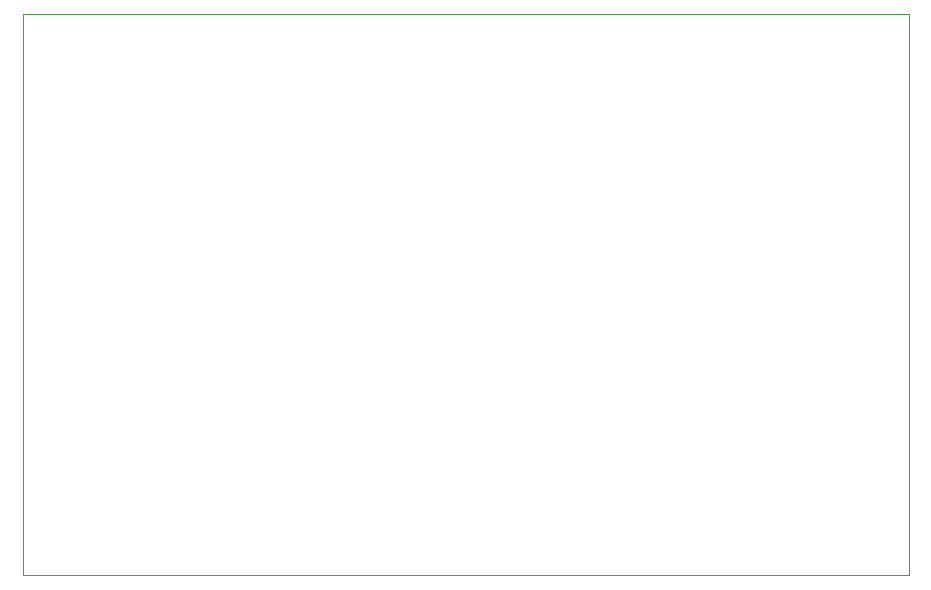
<source format=gbr>
%TF.GenerationSoftware,KiCad,Pcbnew,7.0.9*%
%TF.CreationDate,2023-11-29T12:33:44+01:00*%
%TF.ProjectId,Zabezpieczenie UPC1237,5a616265-7a70-4696-9563-7a656e696520,rev?*%
%TF.SameCoordinates,Original*%
%TF.FileFunction,Profile,NP*%
%FSLAX46Y46*%
G04 Gerber Fmt 4.6, Leading zero omitted, Abs format (unit mm)*
G04 Created by KiCad (PCBNEW 7.0.9) date 2023-11-29 12:33:44*
%MOMM*%
%LPD*%
G01*
G04 APERTURE LIST*
%TA.AperFunction,Profile*%
%ADD10C,0.100000*%
%TD*%
G04 APERTURE END LIST*
D10*
X98000000Y-96700000D02*
X173000000Y-96700000D01*
X173000000Y-144200000D01*
X98000000Y-144200000D01*
X98000000Y-96700000D01*
M02*

</source>
